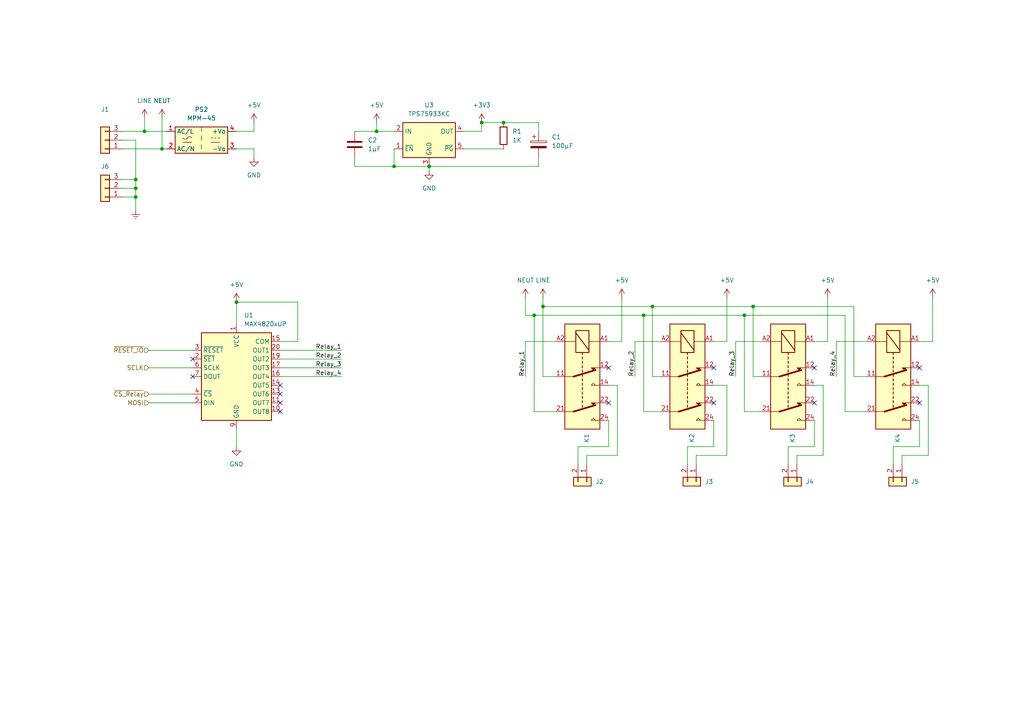
<source format=kicad_sch>
(kicad_sch (version 20230121) (generator eeschema)
  (paper "A4")
  (lib_symbols
    (symbol "Connector_Generic:Conn_01x02" (pin_names (offset 1.016) hide)
      (property "Reference" "J" (at 0 2.54 0))
      (property "Value" "Conn_01x02" (at 0 -5.08 0))
      (symbol "Conn_01x02_1_1"
        (rectangle (start -1.27 -2.413) (end 0 -2.667) (stroke (width 0.1524)))
        (rectangle (start -1.27 0.127) (end 0 -0.127) (stroke (width 0.1524)))
        (rectangle (start -1.27 1.27) (end 1.27 -3.81) (stroke (width 0.254)) (fill (type background)))
        (pin passive line (at -5.08 0 0) (length 3.81) (name "Pin_1") (number "1"))
        (pin passive line (at -5.08 -2.54 0) (length 3.81) (name "Pin_2") (number "2"))
      )
    )
    (symbol "Connector_Generic:Conn_01x03" (pin_names (offset 1.016) hide)
      (property "Reference" "J" (at 0 5.08 0))
      (property "Value" "Conn_01x03" (at 0 -5.08 0))
      (symbol "Conn_01x03_1_1"
        (rectangle (start -1.27 -2.413) (end 0 -2.667) (stroke (width 0.1524)))
        (rectangle (start -1.27 0.127) (end 0 -0.127) (stroke (width 0.1524)))
        (rectangle (start -1.27 2.667) (end 0 2.413) (stroke (width 0.1524)))
        (rectangle (start -1.27 3.81) (end 1.27 -3.81) (stroke (width 0.254)) (fill (type background)))
        (pin passive line (at -5.08 2.54 0) (length 3.81) (name "Pin_1") (number "1"))
        (pin passive line (at -5.08 0 0) (length 3.81) (name "Pin_2") (number "2"))
        (pin passive line (at -5.08 -2.54 0) (length 3.81) (name "Pin_3") (number "3"))
      )
    )
    (symbol "Device:C" (pin_numbers hide) (pin_names (offset 0.254))
      (property "Reference" "C" (at 0.635 2.54 0))
      (property "Value" "C" (at 0.635 -2.54 0))
      (symbol "C_0_1"
        (polyline (pts (xy -2.032 -0.762) (xy 2.032 -0.762)) (stroke (width 0.508)))
        (polyline (pts (xy -2.032 0.762) (xy 2.032 0.762)) (stroke (width 0.508)))
      )
      (symbol "C_1_1"
        (pin passive line (at 0 3.81 270) (length 2.794) (name "~") (number "1"))
        (pin passive line (at 0 -3.81 90) (length 2.794) (name "~") (number "2"))
      )
    )
    (symbol "Device:C_Polarized" (pin_numbers hide) (pin_names (offset 0.254))
      (property "Reference" "C" (at 0.635 2.54 0))
      (property "Value" "C_Polarized" (at 0.635 -2.54 0))
      (symbol "C_Polarized_0_1"
        (rectangle (start -2.286 0.508) (end 2.286 1.016))
        (polyline (pts (xy -1.778 2.286) (xy -0.762 2.286)))
        (polyline (pts (xy -1.27 2.794) (xy -1.27 1.778)))
        (rectangle (start 2.286 -0.508) (end -2.286 -1.016) (fill (type outline)))
      )
      (symbol "C_Polarized_1_1"
        (pin passive line (at 0 3.81 270) (length 2.794) (name "~") (number "1"))
        (pin passive line (at 0 -3.81 90) (length 2.794) (name "~") (number "2"))
      )
    )
    (symbol "Device:R" (pin_numbers hide) (pin_names (offset 0))
      (property "Reference" "R" (at 2.032 0 90))
      (property "Value" "R" (at 0 0 90))
      (symbol "R_0_1"
        (rectangle (start -1.016 -2.54) (end 1.016 2.54) (stroke (width 0.254)))
      )
      (symbol "R_1_1"
        (pin passive line (at 0 3.81 270) (length 1.27) (name "~") (number "1"))
        (pin passive line (at 0 -3.81 90) (length 1.27) (name "~") (number "2"))
      )
    )
    (symbol "Driver_Relay:MAX4820xUP"
      (property "Reference" "U" (at 10.16 17.78 0))
      (property "Value" "MAX4820xUP" (at 10.16 15.24 0))
      (symbol "MAX4820xUP_0_0"
        (pin open_collector line (at 12.7 2.54 180) (length 2.54) (name "OUT3") (number "17"))
        (pin passive line (at 0 -15.24 90) (length 2.54) hide (name "GND") (number "18"))
        (pin open_collector line (at 12.7 5.08 180) (length 2.54) (name "OUT2") (number "19"))
        (pin open_collector line (at 12.7 7.62 180) (length 2.54) (name "OUT1") (number "20"))
        (pin passive line (at 0 -15.24 90) (length 2.54) hide (name "GND") (number "21"))
        (pin power_in line (at 0 -15.24 90) (length 2.54) (name "GND") (number "9"))
      )
      (symbol "MAX4820xUP_0_1"
        (rectangle (start -10.16 12.7) (end 10.16 -12.7) (stroke (width 0.254)) (fill (type background)))
      )
      (symbol "MAX4820xUP_1_1"
        (pin power_in line (at 0 15.24 270) (length 2.54) (name "VCC") (number "1"))
        (pin open_collector line (at 12.7 -10.16 180) (length 2.54) (name "OUT8") (number "10"))
        (pin open_collector line (at 12.7 -7.62 180) (length 2.54) (name "OUT7") (number "11"))
        (pin passive line (at 0 -15.24 90) (length 2.54) hide (name "GND") (number "12"))
        (pin open_collector line (at 12.7 -5.08 180) (length 2.54) (name "OUT6") (number "13"))
        (pin open_collector line (at 12.7 -2.54 180) (length 2.54) (name "OUT5") (number "14"))
        (pin passive line (at 12.7 10.16 180) (length 2.54) (name "COM") (number "15"))
        (pin open_collector line (at 12.7 0 180) (length 2.54) (name "OUT4") (number "16"))
        (pin input line (at -12.7 5.08 0) (length 2.54) (name "~{SET}") (number "2"))
        (pin input line (at -12.7 7.62 0) (length 2.54) (name "~{RESET}") (number "3"))
        (pin input line (at -12.7 -5.08 0) (length 2.54) (name "~{CS}") (number "4"))
        (pin input line (at -12.7 -7.62 0) (length 2.54) (name "DIN") (number "5"))
        (pin input line (at -12.7 2.54 0) (length 2.54) (name "SCLK") (number "6"))
        (pin output line (at -12.7 0 0) (length 2.54) (name "DOUT") (number "7"))
        (pin no_connect line (at -10.16 -2.54 0) (length 2.54) hide (name "NC") (number "8"))
      )
    )
    (symbol "Multiprise pilotée:MPM-45"
      (property "Reference" "PS" (at 0 5.08 0))
      (property "Value" "MPM-45" (at 0 -5.08 0))
      (symbol "MPM-45_0_1"
        (rectangle (start -7.62 3.81) (end 7.62 -3.81) (stroke (width 0.254)) (fill (type background)))
        (arc (start -5.334 0.635) (mid -4.699 0.2495) (end -4.064 0.635))
        (arc (start -2.794 0.635) (mid -3.429 1.0072) (end -4.064 0.635))
        (polyline (pts (xy -5.334 -0.635) (xy -2.794 -0.635)))
        (polyline (pts (xy 0 -1.27) (xy 0 -2.54)))
        (polyline (pts (xy 0 1.27) (xy 0 0)))
        (polyline (pts (xy 0 3.81) (xy 0 2.54)))
        (polyline (pts (xy 2.794 -0.635) (xy 5.334 -0.635)))
        (polyline (pts (xy 2.794 0.635) (xy 3.302 0.635)))
        (polyline (pts (xy 3.81 0.635) (xy 4.318 0.635)))
        (polyline (pts (xy 4.826 0.635) (xy 5.334 0.635)))
      )
      (symbol "MPM-45_1_1"
        (pin power_in line (at -10.16 2.54 0) (length 2.54) (name "AC/L") (number "1"))
        (pin power_in line (at -10.16 -2.54 0) (length 2.54) (name "AC/N") (number "2"))
        (pin power_out line (at 10.16 -2.54 180) (length 2.54) (name "-Vo") (number "3"))
        (pin power_out line (at 10.16 2.54 180) (length 2.54) (name "+Vo") (number "4"))
      )
    )
    (symbol "Multiprise pilotée:TPS75933KC"
      (property "Reference" "U" (at 0 10.16 0))
      (property "Value" "TPS75933KC" (at 0 7.62 0))
      (symbol "TPS75933KC_1_1"
        (rectangle (start -7.62 5.08) (end 7.62 -5.08) (stroke (width 0.254)) (fill (type background)))
        (pin input line (at -10.16 -2.54 0) (length 2.54) (name "~{EN}") (number "1"))
        (pin power_in line (at -10.16 2.54 0) (length 2.54) (name "IN") (number "2"))
        (pin power_in line (at 0 -7.62 90) (length 2.54) (name "GND") (number "3"))
        (pin power_out line (at 10.16 2.54 180) (length 2.54) (name "OUT") (number "4"))
        (pin open_collector line (at 10.16 -2.54 180) (length 2.54) (name "~{PG}") (number "5"))
      )
    )
    (symbol "Relay:Relay_DPDT"
      (property "Reference" "K" (at 16.51 3.81 0))
      (property "Value" "Relay_DPDT" (at 16.51 1.27 0))
      (symbol "Relay_DPDT_0_1"
        (rectangle (start -15.24 5.08) (end 15.24 -5.08) (stroke (width 0.254)) (fill (type background)))
        (rectangle (start -13.335 1.905) (end -6.985 -1.905) (stroke (width 0.254)))
        (polyline (pts (xy -12.7 -1.905) (xy -7.62 1.905)) (stroke (width 0.254)))
        (polyline (pts (xy -10.16 -5.08) (xy -10.16 -1.905)))
        (polyline (pts (xy -10.16 5.08) (xy -10.16 1.905)))
        (polyline (pts (xy -6.985 0) (xy -6.35 0)) (stroke (width 0.254)))
        (polyline (pts (xy -5.715 0) (xy -5.08 0)) (stroke (width 0.254)))
        (polyline (pts (xy -4.445 0) (xy -3.81 0)) (stroke (width 0.254)))
        (polyline (pts (xy -3.175 0) (xy -2.54 0)) (stroke (width 0.254)))
        (polyline (pts (xy -1.905 0) (xy -1.27 0)) (stroke (width 0.254)))
        (polyline (pts (xy -0.635 0) (xy 0 0)) (stroke (width 0.254)))
        (polyline (pts (xy 0 -2.54) (xy -1.905 3.81)) (stroke (width 0.508)))
        (polyline (pts (xy 0 -2.54) (xy 0 -5.08)))
        (polyline (pts (xy 0.635 0) (xy 1.27 0)) (stroke (width 0.254)))
        (polyline (pts (xy 1.905 0) (xy 2.54 0)) (stroke (width 0.254)))
        (polyline (pts (xy 3.175 0) (xy 3.81 0)) (stroke (width 0.254)))
        (polyline (pts (xy 4.445 0) (xy 5.08 0)) (stroke (width 0.254)))
        (polyline (pts (xy 5.715 0) (xy 6.35 0)) (stroke (width 0.254)))
        (polyline (pts (xy 6.985 0) (xy 7.62 0)) (stroke (width 0.254)))
        (polyline (pts (xy 8.255 0) (xy 8.89 0)) (stroke (width 0.254)))
        (polyline (pts (xy 10.16 -2.54) (xy 8.255 3.81)) (stroke (width 0.508)))
        (polyline (pts (xy 10.16 -2.54) (xy 10.16 -5.08)))
        (polyline (pts (xy -2.54 5.08) (xy -2.54 2.54) (xy -1.905 3.175) (xy -2.54 3.81)) (fill (type outline)))
        (polyline (pts (xy 2.54 5.08) (xy 2.54 2.54) (xy 1.905 3.175) (xy 2.54 3.81)))
        (polyline (pts (xy 7.62 5.08) (xy 7.62 2.54) (xy 8.255 3.175) (xy 7.62 3.81)) (fill (type outline)))
        (polyline (pts (xy 12.7 5.08) (xy 12.7 2.54) (xy 12.065 3.175) (xy 12.7 3.81)))
      )
      (symbol "Relay_DPDT_1_1"
        (pin passive line (at 0 -7.62 90) (length 2.54) (name "~") (number "11"))
        (pin passive line (at -2.54 7.62 270) (length 2.54) (name "~") (number "12"))
        (pin passive line (at 2.54 7.62 270) (length 2.54) (name "~") (number "14"))
        (pin passive line (at 10.16 -7.62 90) (length 2.54) (name "~") (number "21"))
        (pin passive line (at 7.62 7.62 270) (length 2.54) (name "~") (number "22"))
        (pin passive line (at 12.7 7.62 270) (length 2.54) (name "~") (number "24"))
        (pin passive line (at -10.16 7.62 270) (length 2.54) (name "~") (number "A1"))
        (pin passive line (at -10.16 -7.62 90) (length 2.54) (name "~") (number "A2"))
      )
    )
    (symbol "power:+3V3" (power) (pin_names (offset 0))
      (property "Value" "+3V3" (at 0 3.556 0))
      (symbol "+3V3_0_1"
        (polyline (pts (xy -0.762 1.27) (xy 0 2.54)))
        (polyline (pts (xy 0 0) (xy 0 2.54)))
        (polyline (pts (xy 0 2.54) (xy 0.762 1.27)))
      )
      (symbol "+3V3_1_1"
        (pin power_in line (at 0 0 90) (length 0) hide (name "+3V3") (number "1"))
      )
    )
    (symbol "power:+5V" (power) (pin_names (offset 0))
      (property "Value" "+5V" (at 0 3.556 0))
      (symbol "+5V_0_1"
        (polyline (pts (xy -0.762 1.27) (xy 0 2.54)))
        (polyline (pts (xy 0 0) (xy 0 2.54)))
        (polyline (pts (xy 0 2.54) (xy 0.762 1.27)))
      )
      (symbol "+5V_1_1"
        (pin power_in line (at 0 0 90) (length 0) hide (name "+5V") (number "1"))
      )
    )
    (symbol "power:Earth" (power) (pin_names (offset 0))
      (symbol "Earth_0_1"
        (polyline (pts (xy -0.635 -1.905) (xy 0.635 -1.905)))
        (polyline (pts (xy -0.127 -2.54) (xy 0.127 -2.54)))
        (polyline (pts (xy 0 -1.27) (xy 0 0)))
        (polyline (pts (xy 1.27 -1.27) (xy -1.27 -1.27)))
      )
      (symbol "Earth_1_1"
        (pin power_in line (at 0 0 270) (length 0) hide (name "Earth") (number "1"))
      )
    )
    (symbol "power:GND" (power) (pin_names (offset 0))
      (property "Value" "GND" (at 0 -3.81 0))
      (symbol "GND_0_1"
        (polyline (pts (xy 0 0) (xy 0 -1.27) (xy 1.27 -1.27) (xy 0 -2.54) (xy -1.27 -1.27) (xy 0 -1.27)))
      )
      (symbol "GND_1_1"
        (pin power_in line (at 0 0 270) (length 0) hide (name "GND") (number "1"))
      )
    )
    (symbol "power:LINE" (power) (pin_names (offset 0))
      (property "Value" "LINE" (at 0 3.81 0))
      (symbol "LINE_0_1"
        (polyline (pts (xy -0.762 1.27) (xy 0 2.54)))
        (polyline (pts (xy 0 0) (xy 0 2.54)))
        (polyline (pts (xy 0 2.54) (xy 0.762 1.27)))
      )
      (symbol "LINE_1_1"
        (pin power_in line (at 0 0 90) (length 0) hide (name "LINE") (number "1"))
      )
    )
    (symbol "power:NEUT" (power) (pin_names (offset 0))
      (property "Value" "NEUT" (at 0 3.81 0))
      (symbol "NEUT_0_1"
        (polyline (pts (xy -0.762 1.27) (xy 0 2.54)))
        (polyline (pts (xy 0 0) (xy 0 2.54)))
        (polyline (pts (xy 0 2.54) (xy 0.762 1.27)))
      )
      (symbol "NEUT_1_1"
        (pin power_in line (at 0 0 90) (length 0) hide (name "NEUT") (number "1"))
      )
    )
  )
  (junction (at 39.37 52.07))
  (junction (at 189.23 88.9))
  (junction (at 157.48 88.9))
  (junction (at 39.37 54.61))
  (junction (at 218.44 88.9))
  (junction (at 186.69 91.44))
  (junction (at 146.05 35.56))
  (junction (at 139.7 35.56))
  (junction (at 215.9 91.44))
  (junction (at 114.3 48.26))
  (junction (at 41.91 38.1))
  (junction (at 68.58 87.63))
  (junction (at 124.46 48.26))
  (junction (at 154.94 91.44))
  (junction (at 109.22 38.1))
  (junction (at 39.37 57.15))
  (junction (at 46.99 43.18))
  (no_connect (at 81.28 114.3))
  (no_connect (at 81.28 116.84))
  (no_connect (at 81.28 111.76))
  (no_connect (at 176.53 106.68))
  (no_connect (at 55.88 104.14))
  (no_connect (at 266.7 116.84))
  (no_connect (at 207.01 116.84))
  (no_connect (at 81.28 119.38))
  (no_connect (at 236.22 106.68))
  (no_connect (at 176.53 116.84))
  (no_connect (at 236.22 116.84))
  (no_connect (at 207.01 106.68))
  (no_connect (at 266.7 106.68))
  (no_connect (at 55.88 109.22))
  (wire (pts (xy 114.3 48.26) (xy 124.46 48.26)))
  (wire (pts (xy 134.62 38.1) (xy 139.7 38.1)))
  (wire (pts (xy 176.53 129.54) (xy 167.64 129.54)))
  (wire (pts (xy 231.14 132.08) (xy 238.76 132.08)))
  (wire (pts (xy 236.22 121.92) (xy 236.22 129.54)))
  (wire (pts (xy 139.7 35.56) (xy 146.05 35.56)))
  (wire (pts (xy 215.9 91.44) (xy 245.11 91.44)))
  (wire (pts (xy 218.44 88.9) (xy 247.65 88.9)))
  (wire (pts (xy 199.39 129.54) (xy 199.39 134.62)))
  (wire (pts (xy 46.99 43.18) (xy 48.26 43.18)))
  (wire (pts (xy 35.56 38.1) (xy 41.91 38.1)))
  (wire (pts (xy 215.9 119.38) (xy 215.9 91.44)))
  (wire (pts (xy 35.56 54.61) (xy 39.37 54.61)))
  (wire (pts (xy 236.22 99.06) (xy 240.03 99.06)))
  (wire (pts (xy 41.91 34.29) (xy 41.91 38.1)))
  (wire (pts (xy 184.15 99.06) (xy 184.15 109.22)))
  (wire (pts (xy 157.48 109.22) (xy 157.48 88.9)))
  (wire (pts (xy 152.4 91.44) (xy 152.4 86.36)))
  (wire (pts (xy 109.22 38.1) (xy 109.22 35.56)))
  (wire (pts (xy 81.28 109.22) (xy 99.06 109.22)))
  (wire (pts (xy 266.7 129.54) (xy 259.08 129.54)))
  (wire (pts (xy 81.28 101.6) (xy 99.06 101.6)))
  (wire (pts (xy 266.7 121.92) (xy 266.7 129.54)))
  (wire (pts (xy 43.18 101.6) (xy 55.88 101.6)))
  (wire (pts (xy 114.3 48.26) (xy 102.87 48.26)))
  (wire (pts (xy 35.56 43.18) (xy 46.99 43.18)))
  (wire (pts (xy 179.07 111.76) (xy 176.53 111.76)))
  (wire (pts (xy 146.05 35.56) (xy 156.21 35.56)))
  (wire (pts (xy 73.66 38.1) (xy 73.66 35.56)))
  (wire (pts (xy 81.28 99.06) (xy 86.36 99.06)))
  (wire (pts (xy 210.82 111.76) (xy 207.01 111.76)))
  (wire (pts (xy 240.03 86.36) (xy 240.03 99.06)))
  (wire (pts (xy 207.01 121.92) (xy 207.01 129.54)))
  (wire (pts (xy 231.14 134.62) (xy 231.14 132.08)))
  (wire (pts (xy 154.94 119.38) (xy 154.94 91.44)))
  (wire (pts (xy 228.6 129.54) (xy 228.6 134.62)))
  (wire (pts (xy 176.53 121.92) (xy 176.53 129.54)))
  (wire (pts (xy 213.36 99.06) (xy 213.36 109.22)))
  (wire (pts (xy 167.64 129.54) (xy 167.64 134.62)))
  (wire (pts (xy 139.7 38.1) (xy 139.7 35.56)))
  (wire (pts (xy 170.18 134.62) (xy 170.18 132.08)))
  (wire (pts (xy 242.57 99.06) (xy 242.57 109.22)))
  (wire (pts (xy 251.46 99.06) (xy 242.57 99.06)))
  (wire (pts (xy 201.93 134.62) (xy 201.93 132.08)))
  (wire (pts (xy 41.91 38.1) (xy 48.26 38.1)))
  (wire (pts (xy 266.7 99.06) (xy 270.51 99.06)))
  (wire (pts (xy 201.93 132.08) (xy 210.82 132.08)))
  (wire (pts (xy 179.07 132.08) (xy 179.07 111.76)))
  (wire (pts (xy 170.18 132.08) (xy 179.07 132.08)))
  (wire (pts (xy 43.18 106.68) (xy 55.88 106.68)))
  (wire (pts (xy 86.36 99.06) (xy 86.36 87.63)))
  (wire (pts (xy 68.58 87.63) (xy 68.58 93.98)))
  (wire (pts (xy 81.28 106.68) (xy 99.06 106.68)))
  (wire (pts (xy 157.48 86.36) (xy 157.48 88.9)))
  (wire (pts (xy 134.62 43.18) (xy 146.05 43.18)))
  (wire (pts (xy 261.62 132.08) (xy 269.24 132.08)))
  (wire (pts (xy 35.56 57.15) (xy 39.37 57.15)))
  (wire (pts (xy 270.51 86.36) (xy 270.51 99.06)))
  (wire (pts (xy 191.77 119.38) (xy 186.69 119.38)))
  (wire (pts (xy 124.46 48.26) (xy 124.46 49.53)))
  (wire (pts (xy 245.11 119.38) (xy 251.46 119.38)))
  (wire (pts (xy 156.21 35.56) (xy 156.21 38.1)))
  (wire (pts (xy 220.98 109.22) (xy 218.44 109.22)))
  (wire (pts (xy 269.24 132.08) (xy 269.24 111.76)))
  (wire (pts (xy 161.29 109.22) (xy 157.48 109.22)))
  (wire (pts (xy 236.22 111.76) (xy 238.76 111.76)))
  (wire (pts (xy 114.3 38.1) (xy 109.22 38.1)))
  (wire (pts (xy 124.46 48.26) (xy 156.21 48.26)))
  (wire (pts (xy 210.82 86.36) (xy 210.82 99.06)))
  (wire (pts (xy 39.37 57.15) (xy 39.37 60.96)))
  (wire (pts (xy 186.69 91.44) (xy 215.9 91.44)))
  (wire (pts (xy 68.58 38.1) (xy 73.66 38.1)))
  (wire (pts (xy 43.18 114.3) (xy 55.88 114.3)))
  (wire (pts (xy 261.62 134.62) (xy 261.62 132.08)))
  (wire (pts (xy 35.56 40.64) (xy 39.37 40.64)))
  (wire (pts (xy 102.87 48.26) (xy 102.87 45.72)))
  (wire (pts (xy 189.23 88.9) (xy 189.23 109.22)))
  (wire (pts (xy 46.99 34.29) (xy 46.99 43.18)))
  (wire (pts (xy 218.44 88.9) (xy 218.44 109.22)))
  (wire (pts (xy 102.87 38.1) (xy 109.22 38.1)))
  (wire (pts (xy 154.94 91.44) (xy 186.69 91.44)))
  (wire (pts (xy 39.37 40.64) (xy 39.37 52.07)))
  (wire (pts (xy 220.98 119.38) (xy 215.9 119.38)))
  (wire (pts (xy 191.77 109.22) (xy 189.23 109.22)))
  (wire (pts (xy 68.58 43.18) (xy 73.66 43.18)))
  (wire (pts (xy 269.24 111.76) (xy 266.7 111.76)))
  (wire (pts (xy 86.36 87.63) (xy 68.58 87.63)))
  (wire (pts (xy 39.37 52.07) (xy 39.37 54.61)))
  (wire (pts (xy 210.82 132.08) (xy 210.82 111.76)))
  (wire (pts (xy 68.58 124.46) (xy 68.58 129.54)))
  (wire (pts (xy 152.4 91.44) (xy 154.94 91.44)))
  (wire (pts (xy 180.34 86.36) (xy 180.34 99.06)))
  (wire (pts (xy 152.4 99.06) (xy 152.4 109.22)))
  (wire (pts (xy 220.98 99.06) (xy 213.36 99.06)))
  (wire (pts (xy 236.22 129.54) (xy 228.6 129.54)))
  (wire (pts (xy 207.01 99.06) (xy 210.82 99.06)))
  (wire (pts (xy 238.76 132.08) (xy 238.76 111.76)))
  (wire (pts (xy 247.65 88.9) (xy 247.65 109.22)))
  (wire (pts (xy 73.66 43.18) (xy 73.66 45.72)))
  (wire (pts (xy 35.56 52.07) (xy 39.37 52.07)))
  (wire (pts (xy 114.3 43.18) (xy 114.3 48.26)))
  (wire (pts (xy 161.29 119.38) (xy 154.94 119.38)))
  (wire (pts (xy 245.11 91.44) (xy 245.11 119.38)))
  (wire (pts (xy 259.08 129.54) (xy 259.08 134.62)))
  (wire (pts (xy 43.18 116.84) (xy 55.88 116.84)))
  (wire (pts (xy 176.53 99.06) (xy 180.34 99.06)))
  (wire (pts (xy 81.28 104.14) (xy 99.06 104.14)))
  (wire (pts (xy 39.37 54.61) (xy 39.37 57.15)))
  (wire (pts (xy 157.48 88.9) (xy 189.23 88.9)))
  (wire (pts (xy 189.23 88.9) (xy 218.44 88.9)))
  (wire (pts (xy 156.21 45.72) (xy 156.21 48.26)))
  (wire (pts (xy 191.77 99.06) (xy 184.15 99.06)))
  (wire (pts (xy 207.01 129.54) (xy 199.39 129.54)))
  (wire (pts (xy 247.65 109.22) (xy 251.46 109.22)))
  (wire (pts (xy 186.69 119.38) (xy 186.69 91.44)))
  (wire (pts (xy 161.29 99.06) (xy 152.4 99.06)))
  (label "Relay_1" (at 99.06 101.6 180))
  (label "Relay_2" (at 99.06 104.14 180))
  (label "Relay_4" (at 242.57 109.22 90))
  (label "Relay_1" (at 152.4 109.22 90))
  (label "Relay_3" (at 99.06 106.68 180))
  (label "Relay_2" (at 184.15 109.22 90))
  (label "Relay_3" (at 213.36 109.22 90))
  (label "Relay_4" (at 99.06 109.22 180))
  (hierarchical_label "~{CS_Relay}" (shape input) (at 43.18 114.3 180))
  (hierarchical_label "MOSI" (shape input) (at 43.18 116.84 180))
  (hierarchical_label "SCLK" (shape input) (at 43.18 106.68 180))
  (hierarchical_label "~{RESET_IO}" (shape input) (at 43.18 101.6 180))
  (symbol (lib_id "power:Earth") (at 39.37 60.96 0) (unit 1)
    (property "Reference" "#PWR04" (effects hide))
    (property "Value" "Earth" (effects hide))
  )
  (symbol (lib_id "power:+5V") (at 73.66 35.56 0) (unit 1)
    (property "Reference" "#PWR01" (effects hide))
    (property "Value" "+5V" (at 73.66 30.48 0))
  )
  (symbol (lib_id "power:GND") (at 124.46 49.53 0) (unit 1)
    (property "Reference" "#PWR014" (effects hide))
    (property "Value" "GND" (at 124.46 54.61 0))
  )
  (symbol (lib_id "Relay:Relay_DPDT") (at 228.6 109.22 270) (unit 1)
    (property "Reference" "K3" (at 229.87 125.73 0) (effects (justify left)))
    (property "Value" "Omron Relay" (effects hide))
    (property "Footprint" "Relay_THT:Relay_DPDT_Omron_G2RL-2" (effects hide))
  )
  (symbol (lib_id "Relay:Relay_DPDT") (at 168.91 109.22 270) (unit 1)
    (property "Reference" "K1" (at 170.18 125.73 0) (effects (justify left)))
    (property "Value" "Omron Relay" (effects hide))
    (property "Footprint" "Relay_THT:Relay_DPDT_Omron_G2RL-2" (effects hide))
  )
  (symbol (lib_id "Connector_Generic:Conn_01x02") (at 261.62 139.7 270) (unit 1)
    (property "Reference" "J5" (at 264.16 139.7 90) (effects (justify left)))
    (property "Value" "Conn_01x02" (effects hide))
    (property "Footprint" "Connector_Wago:Wago_734-132_1x02_P3.50mm_Vertical" (effects hide))
  )
  (symbol (lib_id "power:+5V") (at 68.58 87.63 0) (unit 1)
    (property "Reference" "#PWR03" (effects hide))
    (property "Value" "+5V" (at 68.58 82.55 0))
  )
  (symbol (lib_id "Device:C_Polarized") (at 156.21 41.91 0) (unit 1)
    (property "Reference" "C1" (at 160.02 39.751 0) (effects (justify left)))
    (property "Value" "100µF" (at 160.02 42.291 0) (effects (justify left)))
    (property "Footprint" "Capacitor_THT:CP_Radial_D6.3mm_P2.50mm" (effects hide))
  )
  (symbol (lib_id "Connector_Generic:Conn_01x03") (at 30.48 40.64 180) (unit 1)
    (property "Reference" "J1" (at 30.48 31.75 0))
    (property "Value" "Conn_01x03" (effects hide))
    (property "Footprint" "Connector_Wago:Wago_734-133_1x03_P3.50mm_Vertical" (effects hide))
  )
  (symbol (lib_id "power:NEUT") (at 152.4 86.36 0) (unit 1)
    (property "Reference" "#PWR08" (effects hide))
    (property "Value" "NEUT" (at 152.4 81.28 0))
  )
  (symbol (lib_id "Device:C") (at 102.87 41.91 0) (unit 1)
    (property "Reference" "C2" (at 106.68 40.64 0) (effects (justify left)))
    (property "Value" "1µF" (at 106.68 43.18 0) (effects (justify left)))
    (property "Footprint" "Capacitor_SMD:C_1206_3216Metric" (effects hide))
  )
  (symbol (lib_id "Multiprise pilotée:MPM-45") (at 58.42 40.64 0) (unit 1)
    (property "Reference" "PS2" (at 58.42 31.75 0))
    (property "Value" "MPM-45" (at 58.42 34.29 0))
    (property "Footprint" "Multiprise pilotée:Converter_ACDC_MeanWell_MPM-45-xx_THT" (effects hide))
    (property "Datasheet" "https://www.meanwell.fr/content/files/pdfs/productPdfs/MW/MPM-45/MPM-45-spec.pdf" (effects hide))
  )
  (symbol (lib_id "power:+5V") (at 270.51 86.36 0) (unit 1)
    (property "Reference" "#PWR013" (effects hide))
    (property "Value" "+5V" (at 270.51 81.28 0))
  )
  (symbol (lib_id "power:+5V") (at 109.22 35.56 0) (unit 1)
    (property "Reference" "#PWR015" (effects hide))
    (property "Value" "+5V" (at 109.22 30.48 0))
  )
  (symbol (lib_id "Driver_Relay:MAX4820xUP") (at 68.58 109.22 0) (unit 1)
    (property "Reference" "U1" (at 70.7741 91.44 0) (effects (justify left)))
    (property "Value" "MAX4820xUP" (at 70.7741 93.98 0) (effects (justify left)))
    (property "Footprint" "Package_SO:TSSOP-20-1EP_4.4x6.5mm_P0.65mm_EP2.15x3.35mm" (effects hide))
    (property "Datasheet" "https://datasheets.maximintegrated.com/en/ds/MAX4820-MAX4821.pdf" (effects hide))
  )
  (symbol (lib_id "Device:R") (at 146.05 39.37 0) (unit 1)
    (property "Reference" "R1" (at 148.59 38.1 0) (effects (justify left)))
    (property "Value" "1K" (at 148.59 40.64 0) (effects (justify left)))
    (property "Footprint" "Resistor_SMD:R_1206_3216Metric" (effects hide))
  )
  (symbol (lib_id "power:GND") (at 73.66 45.72 0) (unit 1)
    (property "Reference" "#PWR02" (effects hide))
    (property "Value" "GND" (at 73.66 50.8 0))
  )
  (symbol (lib_id "power:LINE") (at 41.91 34.29 0) (unit 1)
    (property "Reference" "#PWR05" (effects hide))
    (property "Value" "LINE" (at 41.91 29.21 0))
  )
  (symbol (lib_id "power:GND") (at 68.58 129.54 0) (unit 1)
    (property "Reference" "#PWR09" (effects hide))
    (property "Value" "GND" (at 68.58 134.62 0))
  )
  (symbol (lib_id "power:+5V") (at 210.82 86.36 0) (unit 1)
    (property "Reference" "#PWR011" (effects hide))
    (property "Value" "+5V" (at 210.82 81.28 0))
  )
  (symbol (lib_id "power:+5V") (at 180.34 86.36 0) (unit 1)
    (property "Reference" "#PWR010" (effects hide))
    (property "Value" "+5V" (at 180.34 81.28 0))
  )
  (symbol (lib_id "Multiprise pilotée:TPS75933KC") (at 124.46 40.64 0) (unit 1)
    (property "Reference" "U3" (at 124.46 30.48 0))
    (property "Value" "TPS75933KC" (at 124.46 33.02 0))
    (property "Footprint" "Package_TO_SOT_SMD:TO-263-5_TabPin6" (effects hide))
    (property "Datasheet" "https://www.ti.com/lit/ds/symlink/tps759.pdf?ts=1706700996994&ref_url=https%253A%252F%252Fwww.google.com%252F" (effects hide))
  )
  (symbol (lib_id "Connector_Generic:Conn_01x02") (at 231.14 139.7 270) (unit 1)
    (property "Reference" "J4" (at 233.68 139.7 90) (effects (justify left)))
    (property "Value" "Conn_01x02" (effects hide))
    (property "Footprint" "Connector_Wago:Wago_734-132_1x02_P3.50mm_Vertical" (effects hide))
  )
  (symbol (lib_id "Connector_Generic:Conn_01x02") (at 201.93 139.7 270) (unit 1)
    (property "Reference" "J3" (at 204.47 139.7 90) (effects (justify left)))
    (property "Value" "Conn_01x02" (effects hide))
    (property "Footprint" "Connector_Wago:Wago_734-132_1x02_P3.50mm_Vertical" (effects hide))
  )
  (symbol (lib_id "Connector_Generic:Conn_01x03") (at 30.48 54.61 180) (unit 1)
    (property "Reference" "J6" (at 30.48 48.26 0))
    (property "Value" "Conn_01x03" (effects hide))
    (property "Footprint" "Connector_Wago:Wago_734-133_1x03_P3.50mm_Vertical" (effects hide))
  )
  (symbol (lib_id "power:+3V3") (at 139.7 35.56 0) (unit 1)
    (property "Reference" "#PWR016" (effects hide))
    (property "Value" "+3V3" (at 139.7 30.48 0))
  )
  (symbol (lib_id "power:+5V") (at 240.03 86.36 0) (unit 1)
    (property "Reference" "#PWR012" (effects hide))
    (property "Value" "+5V" (at 240.03 81.28 0))
  )
  (symbol (lib_id "power:NEUT") (at 46.99 34.29 0) (unit 1)
    (property "Reference" "#PWR06" (effects hide))
    (property "Value" "NEUT" (at 46.99 29.21 0))
  )
  (symbol (lib_id "Connector_Generic:Conn_01x02") (at 170.18 139.7 270) (unit 1)
    (property "Reference" "J2" (at 172.72 139.7 90) (effects (justify left)))
    (property "Value" "Conn_01x02" (effects hide))
    (property "Footprint" "Connector_Wuerth:Wuerth_WR-WTB_64800211622_1x02_P1.50mm_Vertical" (effects hide))
  )
  (symbol (lib_id "Relay:Relay_DPDT") (at 199.39 109.22 270) (unit 1)
    (property "Reference" "K2" (at 200.66 125.73 0) (effects (justify left)))
    (property "Value" "Omron Relay" (effects hide))
    (property "Footprint" "Relay_THT:Relay_DPDT_Omron_G2RL-2" (effects hide))
  )
  (symbol (lib_id "power:LINE") (at 157.48 86.36 0) (unit 1)
    (property "Reference" "#PWR07" (effects hide))
    (property "Value" "LINE" (at 157.48 81.28 0))
  )
  (symbol (lib_id "Relay:Relay_DPDT") (at 259.08 109.22 270) (unit 1)
    (property "Reference" "K4" (at 260.35 125.73 0) (effects (justify left)))
    (property "Value" "Omron Relay" (effects hide))
    (property "Footprint" "Relay_THT:Relay_DPDT_Omron_G2RL-2" (effects hide))
  )
)
</source>
